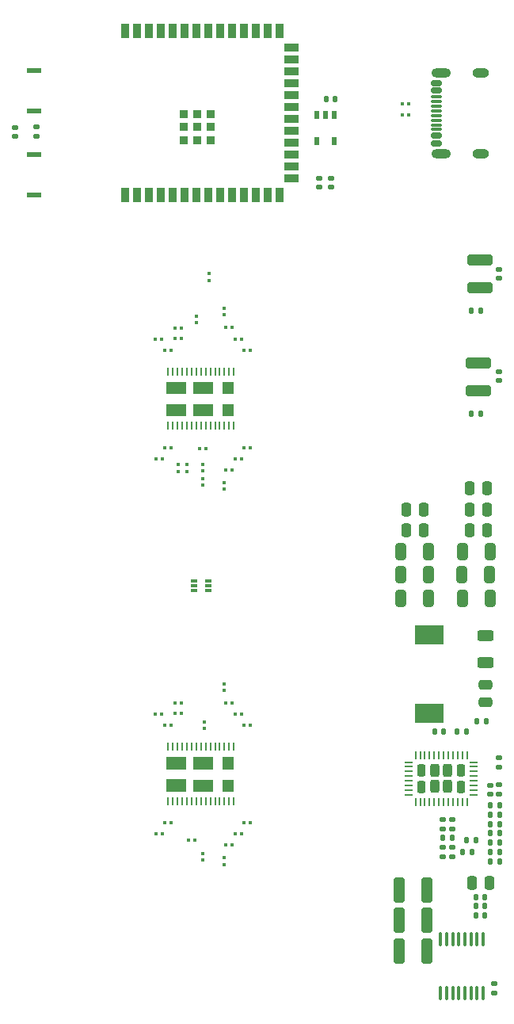
<source format=gbr>
%TF.GenerationSoftware,KiCad,Pcbnew,8.0.4*%
%TF.CreationDate,2024-11-04T21:15:06+01:00*%
%TF.ProjectId,BitForgeNano,42697446-6f72-4676-954e-616e6f2e6b69,rev?*%
%TF.SameCoordinates,Original*%
%TF.FileFunction,Paste,Top*%
%TF.FilePolarity,Positive*%
%FSLAX46Y46*%
G04 Gerber Fmt 4.6, Leading zero omitted, Abs format (unit mm)*
G04 Created by KiCad (PCBNEW 8.0.4) date 2024-11-04 21:15:06*
%MOMM*%
%LPD*%
G01*
G04 APERTURE LIST*
G04 Aperture macros list*
%AMRoundRect*
0 Rectangle with rounded corners*
0 $1 Rounding radius*
0 $2 $3 $4 $5 $6 $7 $8 $9 X,Y pos of 4 corners*
0 Add a 4 corners polygon primitive as box body*
4,1,4,$2,$3,$4,$5,$6,$7,$8,$9,$2,$3,0*
0 Add four circle primitives for the rounded corners*
1,1,$1+$1,$2,$3*
1,1,$1+$1,$4,$5*
1,1,$1+$1,$6,$7*
1,1,$1+$1,$8,$9*
0 Add four rect primitives between the rounded corners*
20,1,$1+$1,$2,$3,$4,$5,0*
20,1,$1+$1,$4,$5,$6,$7,0*
20,1,$1+$1,$6,$7,$8,$9,0*
20,1,$1+$1,$8,$9,$2,$3,0*%
G04 Aperture macros list end*
%ADD10C,0.100000*%
%ADD11RoundRect,0.079500X0.100500X-0.079500X0.100500X0.079500X-0.100500X0.079500X-0.100500X-0.079500X0*%
%ADD12RoundRect,0.079500X-0.079500X-0.100500X0.079500X-0.100500X0.079500X0.100500X-0.079500X0.100500X0*%
%ADD13RoundRect,0.079500X0.079500X0.100500X-0.079500X0.100500X-0.079500X-0.100500X0.079500X-0.100500X0*%
%ADD14RoundRect,0.055250X-0.055250X0.340750X-0.055250X-0.340750X0.055250X-0.340750X0.055250X0.340750X0*%
%ADD15RoundRect,0.085000X-0.265000X-0.085000X0.265000X-0.085000X0.265000X0.085000X-0.265000X0.085000X0*%
%ADD16RoundRect,0.140000X0.140000X0.170000X-0.140000X0.170000X-0.140000X-0.170000X0.140000X-0.170000X0*%
%ADD17RoundRect,0.250000X-0.625000X0.312500X-0.625000X-0.312500X0.625000X-0.312500X0.625000X0.312500X0*%
%ADD18RoundRect,0.250000X-0.475000X0.250000X-0.475000X-0.250000X0.475000X-0.250000X0.475000X0.250000X0*%
%ADD19RoundRect,0.135000X0.135000X0.185000X-0.135000X0.185000X-0.135000X-0.185000X0.135000X-0.185000X0*%
%ADD20RoundRect,0.250000X-0.250000X-0.475000X0.250000X-0.475000X0.250000X0.475000X-0.250000X0.475000X0*%
%ADD21RoundRect,0.140000X0.170000X-0.140000X0.170000X0.140000X-0.170000X0.140000X-0.170000X-0.140000X0*%
%ADD22RoundRect,0.140000X-0.170000X0.140000X-0.170000X-0.140000X0.170000X-0.140000X0.170000X0.140000X0*%
%ADD23R,0.558800X0.952500*%
%ADD24RoundRect,0.135000X-0.135000X-0.185000X0.135000X-0.185000X0.135000X0.185000X-0.135000X0.185000X0*%
%ADD25RoundRect,0.140000X-0.140000X-0.170000X0.140000X-0.170000X0.140000X0.170000X-0.140000X0.170000X0*%
%ADD26RoundRect,0.220588X-0.229412X0.429412X-0.229412X-0.429412X0.229412X-0.429412X0.229412X0.429412X0*%
%ADD27RoundRect,0.232843X-0.242157X0.467157X-0.242157X-0.467157X0.242157X-0.467157X0.242157X0.467157X0*%
%ADD28RoundRect,0.062500X-0.062500X0.337500X-0.062500X-0.337500X0.062500X-0.337500X0.062500X0.337500X0*%
%ADD29RoundRect,0.062500X-0.337500X0.062500X-0.337500X-0.062500X0.337500X-0.062500X0.337500X0.062500X0*%
%ADD30RoundRect,0.135000X-0.185000X0.135000X-0.185000X-0.135000X0.185000X-0.135000X0.185000X0.135000X0*%
%ADD31RoundRect,0.135000X0.185000X-0.135000X0.185000X0.135000X-0.185000X0.135000X-0.185000X-0.135000X0*%
%ADD32RoundRect,0.250000X0.250000X0.475000X-0.250000X0.475000X-0.250000X-0.475000X0.250000X-0.475000X0*%
%ADD33R,1.524000X0.508000*%
%ADD34RoundRect,0.250000X-0.325000X-0.650000X0.325000X-0.650000X0.325000X0.650000X-0.325000X0.650000X0*%
%ADD35RoundRect,0.250000X0.325000X1.100000X-0.325000X1.100000X-0.325000X-1.100000X0.325000X-1.100000X0*%
%ADD36RoundRect,0.250000X0.325000X0.650000X-0.325000X0.650000X-0.325000X-0.650000X0.325000X-0.650000X0*%
%ADD37RoundRect,0.250000X1.100000X-0.325000X1.100000X0.325000X-1.100000X0.325000X-1.100000X-0.325000X0*%
%ADD38RoundRect,0.100000X0.100000X-0.637500X0.100000X0.637500X-0.100000X0.637500X-0.100000X-0.637500X0*%
%ADD39R,3.050000X2.000000*%
%ADD40R,0.900000X1.500000*%
%ADD41R,1.500000X0.900000*%
%ADD42R,0.900000X0.900000*%
%ADD43RoundRect,0.150000X0.425000X-0.150000X0.425000X0.150000X-0.425000X0.150000X-0.425000X-0.150000X0*%
%ADD44RoundRect,0.075000X0.500000X-0.075000X0.500000X0.075000X-0.500000X0.075000X-0.500000X-0.075000X0*%
%ADD45O,2.100000X1.000000*%
%ADD46O,1.800000X1.000000*%
G04 APERTURE END LIST*
%TO.C,U3*%
D10*
X91580000Y-132250000D02*
X92700000Y-132250000D01*
X92700000Y-131050000D01*
X91580000Y-131050000D01*
X91580000Y-132250000D01*
G36*
X91580000Y-132250000D02*
G01*
X92700000Y-132250000D01*
X92700000Y-131050000D01*
X91580000Y-131050000D01*
X91580000Y-132250000D01*
G37*
X88430000Y-132260000D02*
X90460000Y-132260000D01*
X90460000Y-131060000D01*
X88430000Y-131060000D01*
X88430000Y-132260000D01*
G36*
X88430000Y-132260000D02*
G01*
X90460000Y-132260000D01*
X90460000Y-131060000D01*
X88430000Y-131060000D01*
X88430000Y-132260000D01*
G37*
X85580000Y-132260000D02*
X87600000Y-132260000D01*
X87600000Y-131060000D01*
X85580000Y-131060000D01*
X85580000Y-132260000D01*
G36*
X85580000Y-132260000D02*
G01*
X87600000Y-132260000D01*
X87600000Y-131060000D01*
X85580000Y-131060000D01*
X85580000Y-132260000D01*
G37*
X85580000Y-134630000D02*
X87600000Y-134630000D01*
X87600000Y-133430000D01*
X85580000Y-133430000D01*
X85580000Y-134630000D01*
G36*
X85580000Y-134630000D02*
G01*
X87600000Y-134630000D01*
X87600000Y-133430000D01*
X85580000Y-133430000D01*
X85580000Y-134630000D01*
G37*
X88425000Y-134650000D02*
X90455000Y-134650000D01*
X90455000Y-133450000D01*
X88425000Y-133450000D01*
X88425000Y-134650000D01*
G36*
X88425000Y-134650000D02*
G01*
X90455000Y-134650000D01*
X90455000Y-133450000D01*
X88425000Y-133450000D01*
X88425000Y-134650000D01*
G37*
X91590000Y-134660000D02*
X92700000Y-134660000D01*
X92700000Y-133460000D01*
X91590000Y-133460000D01*
X91590000Y-134660000D01*
G36*
X91590000Y-134660000D02*
G01*
X92700000Y-134660000D01*
X92700000Y-133460000D01*
X91590000Y-133460000D01*
X91590000Y-134660000D01*
G37*
%TO.C,U13*%
X91580000Y-92150000D02*
X92700000Y-92150000D01*
X92700000Y-90950000D01*
X91580000Y-90950000D01*
X91580000Y-92150000D01*
G36*
X91580000Y-92150000D02*
G01*
X92700000Y-92150000D01*
X92700000Y-90950000D01*
X91580000Y-90950000D01*
X91580000Y-92150000D01*
G37*
X88430000Y-92160000D02*
X90460000Y-92160000D01*
X90460000Y-90960000D01*
X88430000Y-90960000D01*
X88430000Y-92160000D01*
G36*
X88430000Y-92160000D02*
G01*
X90460000Y-92160000D01*
X90460000Y-90960000D01*
X88430000Y-90960000D01*
X88430000Y-92160000D01*
G37*
X85580000Y-92160000D02*
X87600000Y-92160000D01*
X87600000Y-90960000D01*
X85580000Y-90960000D01*
X85580000Y-92160000D01*
G36*
X85580000Y-92160000D02*
G01*
X87600000Y-92160000D01*
X87600000Y-90960000D01*
X85580000Y-90960000D01*
X85580000Y-92160000D01*
G37*
X85580000Y-94530000D02*
X87600000Y-94530000D01*
X87600000Y-93330000D01*
X85580000Y-93330000D01*
X85580000Y-94530000D01*
G36*
X85580000Y-94530000D02*
G01*
X87600000Y-94530000D01*
X87600000Y-93330000D01*
X85580000Y-93330000D01*
X85580000Y-94530000D01*
G37*
X88425000Y-94550000D02*
X90455000Y-94550000D01*
X90455000Y-93350000D01*
X88425000Y-93350000D01*
X88425000Y-94550000D01*
G36*
X88425000Y-94550000D02*
G01*
X90455000Y-94550000D01*
X90455000Y-93350000D01*
X88425000Y-93350000D01*
X88425000Y-94550000D01*
G37*
X91590000Y-94560000D02*
X92700000Y-94560000D01*
X92700000Y-93360000D01*
X91590000Y-93360000D01*
X91590000Y-94560000D01*
G36*
X91590000Y-94560000D02*
G01*
X92700000Y-94560000D01*
X92700000Y-93360000D01*
X91590000Y-93360000D01*
X91590000Y-94560000D01*
G37*
%TD*%
D11*
%TO.C,R16*%
X89400000Y-101267500D03*
X89400000Y-101957500D03*
%TD*%
D12*
%TO.C,C65*%
X94495000Y-97962500D03*
X93805000Y-97962500D03*
%TD*%
D11*
%TO.C,R34*%
X89650000Y-127305000D03*
X89650000Y-127995000D03*
%TD*%
D13*
%TO.C,C55*%
X91905000Y-85162500D03*
X92595000Y-85162500D03*
%TD*%
%TO.C,C26*%
X92905000Y-126450000D03*
X93595000Y-126450000D03*
%TD*%
D12*
%TO.C,R17*%
X88595000Y-139950000D03*
X87905000Y-139950000D03*
%TD*%
D14*
%TO.C,U3*%
X92764000Y-129934000D03*
X92262000Y-129934000D03*
X91760000Y-129934000D03*
X91258000Y-129934000D03*
X90756000Y-129934000D03*
X90254000Y-129934000D03*
X89752000Y-129934000D03*
X89250000Y-129934000D03*
X88748000Y-129934000D03*
X88246000Y-129934000D03*
X87744000Y-129934000D03*
X87242000Y-129934000D03*
X86740000Y-129934000D03*
X86238000Y-129934000D03*
X85736000Y-129934000D03*
X85736000Y-135766000D03*
X86238000Y-135766000D03*
X86740000Y-135766000D03*
X87242000Y-135766000D03*
X87744000Y-135766000D03*
X88246000Y-135766000D03*
X88748000Y-135766000D03*
X89250000Y-135766000D03*
X89752000Y-135766000D03*
X90254000Y-135766000D03*
X90756000Y-135766000D03*
X91258000Y-135766000D03*
X91760000Y-135766000D03*
X92262000Y-135766000D03*
X92764000Y-135766000D03*
%TD*%
D12*
%TO.C,R15*%
X89795000Y-98062500D03*
X89105000Y-98062500D03*
%TD*%
D13*
%TO.C,C28*%
X93805000Y-127650000D03*
X94495000Y-127650000D03*
%TD*%
D11*
%TO.C,R19*%
X86850000Y-99817500D03*
X86850000Y-100507500D03*
%TD*%
D13*
%TO.C,C71*%
X84405000Y-99162500D03*
X85095000Y-99162500D03*
%TD*%
%TO.C,C27*%
X84385000Y-126450000D03*
X85075000Y-126450000D03*
%TD*%
D11*
%TO.C,C16*%
X91750000Y-123205000D03*
X91750000Y-123895000D03*
%TD*%
D13*
%TO.C,R13*%
X86505000Y-126400000D03*
X87195000Y-126400000D03*
%TD*%
%TO.C,C37*%
X84405000Y-139250000D03*
X85095000Y-139250000D03*
%TD*%
D12*
%TO.C,R24*%
X86505000Y-85212500D03*
X87195000Y-85212500D03*
%TD*%
D13*
%TO.C,C62*%
X92905000Y-86362500D03*
X93595000Y-86362500D03*
%TD*%
D12*
%TO.C,R12*%
X86505000Y-125300000D03*
X87195000Y-125300000D03*
%TD*%
D13*
%TO.C,C18*%
X91905000Y-125250000D03*
X92595000Y-125250000D03*
%TD*%
D11*
%TO.C,R43*%
X90150000Y-79405000D03*
X90150000Y-80095000D03*
%TD*%
D14*
%TO.C,U13*%
X92764000Y-89834000D03*
X92262000Y-89834000D03*
X91760000Y-89834000D03*
X91258000Y-89834000D03*
X90756000Y-89834000D03*
X90254000Y-89834000D03*
X89752000Y-89834000D03*
X89250000Y-89834000D03*
X88748000Y-89834000D03*
X88246000Y-89834000D03*
X87744000Y-89834000D03*
X87242000Y-89834000D03*
X86740000Y-89834000D03*
X86238000Y-89834000D03*
X85736000Y-89834000D03*
X85736000Y-95666000D03*
X86238000Y-95666000D03*
X86740000Y-95666000D03*
X87242000Y-95666000D03*
X87744000Y-95666000D03*
X88246000Y-95666000D03*
X88748000Y-95666000D03*
X89250000Y-95666000D03*
X89752000Y-95666000D03*
X90254000Y-95666000D03*
X90756000Y-95666000D03*
X91258000Y-95666000D03*
X91760000Y-95666000D03*
X92262000Y-95666000D03*
X92764000Y-95666000D03*
%TD*%
D13*
%TO.C,C69*%
X85385000Y-87562500D03*
X86075000Y-87562500D03*
%TD*%
D11*
%TO.C,C52*%
X91750000Y-141805000D03*
X91750000Y-142495000D03*
%TD*%
D12*
%TO.C,C66*%
X93595000Y-99162500D03*
X92905000Y-99162500D03*
%TD*%
D11*
%TO.C,R40*%
X89400000Y-141355000D03*
X89400000Y-142045000D03*
%TD*%
D15*
%TO.C,U7*%
X88500000Y-112250000D03*
X88500000Y-112750000D03*
X88500000Y-113250000D03*
X90000000Y-113250000D03*
X90000000Y-112750000D03*
X90000000Y-112250000D03*
%TD*%
D11*
%TO.C,R23*%
X88750000Y-83917500D03*
X88750000Y-84607500D03*
%TD*%
D13*
%TO.C,C19*%
X85385000Y-127650000D03*
X86075000Y-127650000D03*
%TD*%
D12*
%TO.C,C67*%
X92595000Y-100362500D03*
X91905000Y-100362500D03*
%TD*%
D11*
%TO.C,R35*%
X87750000Y-99817500D03*
X87750000Y-100507500D03*
%TD*%
D13*
%TO.C,R33*%
X86505000Y-86312500D03*
X87195000Y-86312500D03*
%TD*%
%TO.C,C63*%
X93805000Y-87562500D03*
X94495000Y-87562500D03*
%TD*%
D12*
%TO.C,C38*%
X93595000Y-139250000D03*
X92905000Y-139250000D03*
%TD*%
D13*
%TO.C,C70*%
X84385000Y-86362500D03*
X85075000Y-86362500D03*
%TD*%
D11*
%TO.C,C54*%
X91750000Y-83117500D03*
X91750000Y-83807500D03*
%TD*%
D12*
%TO.C,C51*%
X92595000Y-140450000D03*
X91905000Y-140450000D03*
%TD*%
D13*
%TO.C,C72*%
X85405000Y-97962500D03*
X86095000Y-97962500D03*
%TD*%
%TO.C,C44*%
X85405000Y-138050000D03*
X86095000Y-138050000D03*
%TD*%
D12*
%TO.C,C36*%
X94495000Y-138050000D03*
X93805000Y-138050000D03*
%TD*%
D11*
%TO.C,C68*%
X91750000Y-101717500D03*
X91750000Y-102407500D03*
%TD*%
%TO.C,R11*%
X89400000Y-99805000D03*
X89400000Y-100495000D03*
%TD*%
D16*
%TO.C,C11*%
X115216483Y-128326762D03*
X114256483Y-128326762D03*
%TD*%
D17*
%TO.C,R32*%
X119636483Y-118044262D03*
X119636483Y-120969262D03*
%TD*%
D13*
%TO.C,R37*%
X110791483Y-62476762D03*
X111481483Y-62476762D03*
%TD*%
D18*
%TO.C,C12*%
X119636483Y-123306762D03*
X119636483Y-125206762D03*
%TD*%
D19*
%TO.C,R1*%
X121186483Y-136176762D03*
X120166483Y-136176762D03*
%TD*%
D20*
%TO.C,C30*%
X117936483Y-106826762D03*
X119836483Y-106826762D03*
%TD*%
D21*
%TO.C,C43*%
X121136483Y-79906762D03*
X121136483Y-78946762D03*
%TD*%
D22*
%TO.C,C57*%
X101886483Y-69226762D03*
X101886483Y-70186762D03*
%TD*%
D23*
%TO.C,U10*%
X103516083Y-62470862D03*
X102576283Y-62470862D03*
X101636483Y-62470862D03*
X101636483Y-65226762D03*
X103516083Y-65226762D03*
%TD*%
D22*
%TO.C,C8*%
X115136483Y-140686762D03*
X115136483Y-141646762D03*
%TD*%
D19*
%TO.C,R2*%
X121186483Y-139176762D03*
X120166483Y-139176762D03*
%TD*%
D24*
%TO.C,R10*%
X120166483Y-141176762D03*
X121186483Y-141176762D03*
%TD*%
D25*
%TO.C,C10*%
X117656483Y-139926762D03*
X118616483Y-139926762D03*
%TD*%
D26*
%TO.C,U12*%
X117036483Y-132426762D03*
X112836483Y-132426762D03*
D27*
X115636483Y-132476762D03*
X114236483Y-132476762D03*
X115636483Y-134176762D03*
X114236483Y-134176762D03*
D26*
X117036483Y-134226762D03*
X112836483Y-134226762D03*
D28*
X117686483Y-130826762D03*
X117186483Y-130826762D03*
X116686483Y-130826762D03*
X116186483Y-130826762D03*
X115686483Y-130826762D03*
X115186483Y-130826762D03*
X114686483Y-130826762D03*
X114186483Y-130826762D03*
X113686483Y-130826762D03*
X113186483Y-130826762D03*
X112686483Y-130826762D03*
X112186483Y-130826762D03*
D29*
X111436483Y-131576762D03*
X111436483Y-132076762D03*
X111436483Y-132576762D03*
X111436483Y-133076762D03*
X111436483Y-133576762D03*
X111436483Y-134076762D03*
X111436483Y-134576762D03*
X111436483Y-135076762D03*
D28*
X112186483Y-135826762D03*
X112686483Y-135826762D03*
X113186483Y-135826762D03*
X113686483Y-135826762D03*
X114186483Y-135826762D03*
X114686483Y-135826762D03*
X115186483Y-135826762D03*
X115686483Y-135826762D03*
X116186483Y-135826762D03*
X116686483Y-135826762D03*
X117186483Y-135826762D03*
X117686483Y-135826762D03*
D29*
X118436483Y-135076762D03*
X118436483Y-134576762D03*
X118436483Y-134076762D03*
X118436483Y-133576762D03*
X118436483Y-133076762D03*
X118436483Y-132576762D03*
X118436483Y-132076762D03*
X118436483Y-131576762D03*
%TD*%
D30*
%TO.C,R21*%
X71636483Y-63716762D03*
X71636483Y-64736762D03*
%TD*%
D31*
%TO.C,R41*%
X121136483Y-132136762D03*
X121136483Y-131116762D03*
%TD*%
D32*
%TO.C,C78*%
X113086483Y-106826762D03*
X111186483Y-106826762D03*
%TD*%
D25*
%TO.C,C1*%
X116656483Y-128326762D03*
X117616483Y-128326762D03*
%TD*%
D24*
%TO.C,R6*%
X120166483Y-140176762D03*
X121186483Y-140176762D03*
%TD*%
D33*
%TO.C,SW2*%
X71386483Y-70976762D03*
X71386483Y-66658762D03*
%TD*%
D34*
%TO.C,C79*%
X117161483Y-111576762D03*
X120111483Y-111576762D03*
%TD*%
D24*
%TO.C,R7*%
X120166483Y-142176762D03*
X121186483Y-142176762D03*
%TD*%
D30*
%TO.C,R8*%
X116136483Y-140656762D03*
X116136483Y-141676762D03*
%TD*%
D22*
%TO.C,C48*%
X103136483Y-69226762D03*
X103136483Y-70186762D03*
%TD*%
D20*
%TO.C,C20*%
X117936483Y-102326762D03*
X119836483Y-102326762D03*
%TD*%
D25*
%TO.C,C7*%
X118656483Y-145976762D03*
X119616483Y-145976762D03*
%TD*%
D35*
%TO.C,C76*%
X113361483Y-148476762D03*
X110411483Y-148476762D03*
%TD*%
D20*
%TO.C,C2*%
X118186483Y-144476762D03*
X120086483Y-144476762D03*
%TD*%
D34*
%TO.C,C75*%
X117186483Y-109076762D03*
X120136483Y-109076762D03*
%TD*%
D21*
%TO.C,C49*%
X69386483Y-64727262D03*
X69386483Y-63767262D03*
%TD*%
D25*
%TO.C,C9*%
X118656483Y-147976762D03*
X119616483Y-147976762D03*
%TD*%
D16*
%TO.C,C56*%
X103616483Y-60726762D03*
X102656483Y-60726762D03*
%TD*%
D36*
%TO.C,C53*%
X113586483Y-114076762D03*
X110636483Y-114076762D03*
%TD*%
D37*
%TO.C,C24*%
X119036483Y-80901762D03*
X119036483Y-77951762D03*
%TD*%
D25*
%TO.C,C6*%
X118656483Y-146976762D03*
X119616483Y-146976762D03*
%TD*%
D19*
%TO.C,R18*%
X118126483Y-83326762D03*
X119146483Y-83326762D03*
%TD*%
D38*
%TO.C,U4*%
X114861483Y-156209262D03*
X115511483Y-156209262D03*
X116161483Y-156209262D03*
X116811483Y-156209262D03*
X117461483Y-156209262D03*
X118111483Y-156209262D03*
X118761483Y-156209262D03*
X119411483Y-156209262D03*
X119411483Y-150484262D03*
X118761483Y-150484262D03*
X118111483Y-150484262D03*
X117461483Y-150484262D03*
X116811483Y-150484262D03*
X116161483Y-150484262D03*
X115511483Y-150484262D03*
X114861483Y-150484262D03*
%TD*%
D20*
%TO.C,C25*%
X117936483Y-104576762D03*
X119836483Y-104576762D03*
%TD*%
D22*
%TO.C,C14*%
X120636483Y-155266762D03*
X120636483Y-156226762D03*
%TD*%
D36*
%TO.C,C74*%
X113586483Y-109076762D03*
X110636483Y-109076762D03*
%TD*%
D37*
%TO.C,C22*%
X118936483Y-91901762D03*
X118936483Y-88951762D03*
%TD*%
D35*
%TO.C,C3*%
X113361483Y-151726762D03*
X110411483Y-151726762D03*
%TD*%
D24*
%TO.C,R5*%
X117176483Y-141176762D03*
X118196483Y-141176762D03*
%TD*%
D21*
%TO.C,C5*%
X116136483Y-138706762D03*
X116136483Y-137746762D03*
%TD*%
%TO.C,C13*%
X120136483Y-135006762D03*
X120136483Y-134046762D03*
%TD*%
D36*
%TO.C,C73*%
X113586483Y-111576762D03*
X110636483Y-111576762D03*
%TD*%
D30*
%TO.C,R39*%
X121136483Y-134016762D03*
X121136483Y-135036762D03*
%TD*%
D39*
%TO.C,L1*%
X113636483Y-126326762D03*
X113636483Y-117976762D03*
%TD*%
D33*
%TO.C,SW1*%
X71386483Y-62047262D03*
X71386483Y-57729262D03*
%TD*%
D34*
%TO.C,C80*%
X117186483Y-114076762D03*
X120136483Y-114076762D03*
%TD*%
D19*
%TO.C,R36*%
X119746483Y-127176762D03*
X118726483Y-127176762D03*
%TD*%
D40*
%TO.C,U8*%
X81126483Y-70991762D03*
X82396483Y-70991762D03*
X83666483Y-70991762D03*
X84936483Y-70991762D03*
X86206483Y-70991762D03*
X87476483Y-70991762D03*
X88746483Y-70991762D03*
X90016483Y-70991762D03*
X91286483Y-70991762D03*
X92556483Y-70991762D03*
X93826483Y-70991762D03*
X95096483Y-70991762D03*
X96366483Y-70991762D03*
X97636483Y-70991762D03*
D41*
X98886483Y-69226762D03*
X98886483Y-67956762D03*
X98886483Y-66686762D03*
X98886483Y-65416762D03*
X98886483Y-64146762D03*
X98886483Y-62876762D03*
X98886483Y-61606762D03*
X98886483Y-60336762D03*
X98886483Y-59066762D03*
X98886483Y-57796762D03*
X98886483Y-56526762D03*
X98886483Y-55256762D03*
D40*
X97636483Y-53491762D03*
X96366483Y-53491762D03*
X95096483Y-53491762D03*
X93826483Y-53491762D03*
X92556483Y-53491762D03*
X91286483Y-53491762D03*
X90016483Y-53491762D03*
X88746483Y-53491762D03*
X87476483Y-53491762D03*
X86206483Y-53491762D03*
X84936483Y-53491762D03*
X83666483Y-53491762D03*
X82396483Y-53491762D03*
X81126483Y-53491762D03*
D42*
X87446483Y-65141762D03*
X88846483Y-65141762D03*
X90246483Y-65141762D03*
X87446483Y-63741762D03*
X88846483Y-63741762D03*
X90246483Y-63741762D03*
X87446483Y-62341762D03*
X88846483Y-62341762D03*
X90246483Y-62341762D03*
%TD*%
D24*
%TO.C,R9*%
X115126483Y-139686762D03*
X116146483Y-139686762D03*
%TD*%
D35*
%TO.C,C4*%
X113361483Y-145226762D03*
X110411483Y-145226762D03*
%TD*%
D32*
%TO.C,C77*%
X113086483Y-104576762D03*
X111186483Y-104576762D03*
%TD*%
D31*
%TO.C,R30*%
X115136483Y-138746762D03*
X115136483Y-137726762D03*
%TD*%
D19*
%TO.C,R4*%
X121186483Y-138176762D03*
X120166483Y-138176762D03*
%TD*%
D43*
%TO.C,J5*%
X114391483Y-65451762D03*
X114391483Y-64651762D03*
D44*
X114391483Y-63501762D03*
X114391483Y-62501762D03*
X114391483Y-62001762D03*
X114391483Y-61001762D03*
D43*
X114391483Y-59851762D03*
X114391483Y-59051762D03*
X114391483Y-59051762D03*
X114391483Y-59851762D03*
D44*
X114391483Y-60501762D03*
X114391483Y-61501762D03*
X114391483Y-63001762D03*
X114391483Y-64001762D03*
D43*
X114391483Y-64651762D03*
X114391483Y-65451762D03*
D45*
X114966483Y-66571762D03*
D46*
X119146483Y-66571762D03*
D45*
X114966483Y-57931762D03*
D46*
X119146483Y-57931762D03*
%TD*%
D19*
%TO.C,R3*%
X121186483Y-137176762D03*
X120166483Y-137176762D03*
%TD*%
D13*
%TO.C,R38*%
X110791483Y-61226762D03*
X111481483Y-61226762D03*
%TD*%
D21*
%TO.C,C23*%
X121136483Y-90806762D03*
X121136483Y-89846762D03*
%TD*%
D19*
%TO.C,R20*%
X118116483Y-94326762D03*
X119136483Y-94326762D03*
%TD*%
M02*

</source>
